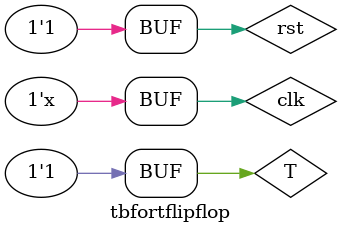
<source format=v>
`timescale 1ns / 1ps
module tbfortflipflop();
reg clk, rst, T;
wire Q;

tflipflop FF (clk, rst, T, Q);

initial begin
   clk <= 0;
   rst <= 1;
   T <= 0;
   #10 rst <= 0;
   #10 rst <= 1;
   #30 T <= 1;
   #30 T <= 0;
   #30 T <= 1;
   #30 T <= 0;
   #30 T <= 1;
end

always begin
#5 clk <= ~clk;
end
endmodule

</source>
